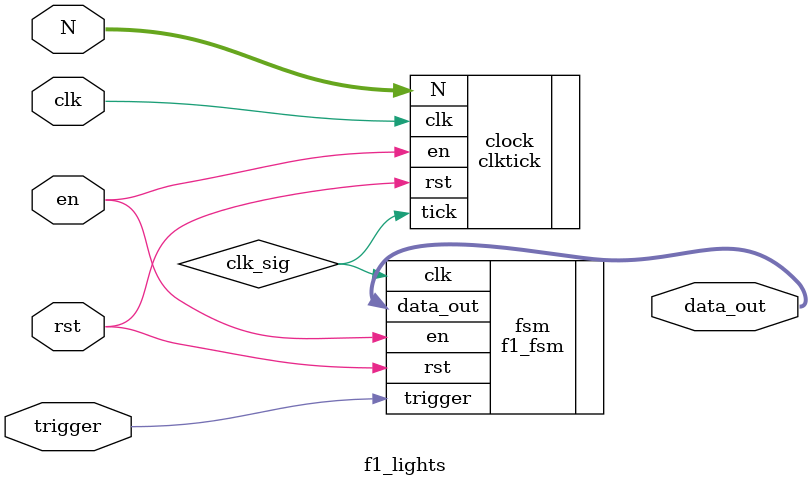
<source format=sv>
module f1_lights #(
    parameter WIDTH = 16
)(
    input   logic                   rst,
    input   logic                   en,
    input   logic                   clk,
    input   logic                   trigger,
    input   logic [WIDTH-1:0]       N,
    output  logic [7:0] data_out
);

    logic clk_sig;

f1_fsm fsm(

    .rst(rst),
    .en(en),
    .clk(clk_sig),
    .trigger(trigger),
    .data_out(data_out)
);

clktick clock(

    .rst(rst),
    .en(en),
    .clk(clk),
    .N(N),
    .tick(clk_sig)
);

endmodule

</source>
